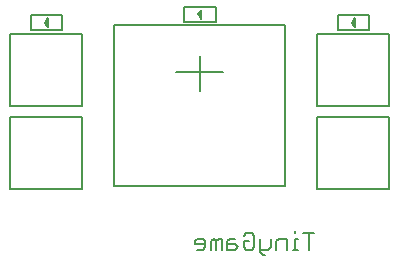
<source format=gbo>
G75*
%MOIN*%
%OFA0B0*%
%FSLAX24Y24*%
%IPPOS*%
%LPD*%
%AMOC8*
5,1,8,0,0,1.08239X$1,22.5*
%
%ADD10C,0.0050*%
D10*
X001337Y002518D02*
X003737Y002518D01*
X003737Y004918D01*
X001337Y004918D01*
X001337Y002518D01*
X004801Y002624D02*
X004801Y007978D01*
X010510Y007978D01*
X010510Y002624D01*
X004801Y002624D01*
X007483Y000766D02*
X007483Y000676D01*
X007844Y000676D01*
X007844Y000766D02*
X007844Y000585D01*
X007754Y000495D01*
X007573Y000495D01*
X007483Y000766D02*
X007573Y000856D01*
X007754Y000856D01*
X007844Y000766D01*
X008027Y000766D02*
X008027Y000495D01*
X008207Y000495D02*
X008207Y000766D01*
X008117Y000856D01*
X008027Y000766D01*
X008207Y000766D02*
X008297Y000856D01*
X008388Y000856D01*
X008388Y000495D01*
X008571Y000495D02*
X008841Y000495D01*
X008931Y000585D01*
X008841Y000676D01*
X008571Y000676D01*
X008571Y000766D02*
X008571Y000495D01*
X008571Y000766D02*
X008661Y000856D01*
X008841Y000856D01*
X009114Y000946D02*
X009205Y001036D01*
X009385Y001036D01*
X009475Y000946D01*
X009475Y000585D01*
X009385Y000495D01*
X009205Y000495D01*
X009114Y000585D01*
X009114Y000766D01*
X009295Y000766D01*
X009658Y000856D02*
X009658Y000405D01*
X009748Y000315D01*
X009839Y000315D01*
X009929Y000495D02*
X009658Y000495D01*
X009929Y000495D02*
X010019Y000585D01*
X010019Y000856D01*
X010202Y000766D02*
X010202Y000495D01*
X010202Y000766D02*
X010292Y000856D01*
X010563Y000856D01*
X010563Y000495D01*
X010745Y000495D02*
X010925Y000495D01*
X010835Y000495D02*
X010835Y000856D01*
X010925Y000856D01*
X010835Y001036D02*
X010835Y001126D01*
X011108Y001036D02*
X011469Y001036D01*
X011289Y001036D02*
X011289Y000495D01*
X011573Y002518D02*
X013973Y002518D01*
X013973Y004918D01*
X011573Y004918D01*
X011573Y002518D01*
X011573Y005274D02*
X013973Y005274D01*
X013973Y007674D01*
X011573Y007674D01*
X011573Y005274D01*
X008443Y006427D02*
X006868Y006427D01*
X006868Y006431D02*
X008443Y006431D01*
X007655Y006955D02*
X007655Y005773D01*
X007655Y005777D02*
X007655Y006958D01*
X007130Y008094D02*
X008180Y008094D01*
X008180Y008594D01*
X007130Y008594D01*
X007130Y008094D01*
X007605Y008344D02*
X007655Y008419D01*
X007655Y008269D01*
X007605Y008344D01*
X007655Y008269D02*
X007705Y008194D01*
X007705Y008494D01*
X007655Y008419D01*
X007680Y008444D02*
X007680Y008244D01*
X003737Y007674D02*
X003737Y005274D01*
X001337Y005274D01*
X001337Y007674D01*
X003737Y007674D01*
X003062Y007799D02*
X003062Y008299D01*
X002012Y008299D01*
X002012Y007799D01*
X003062Y007799D01*
X002587Y007899D02*
X002587Y008199D01*
X002537Y008124D01*
X002537Y007974D01*
X002487Y008049D01*
X002537Y008124D01*
X002562Y008149D02*
X002562Y007949D01*
X002537Y007974D02*
X002587Y007899D01*
X012248Y007799D02*
X013298Y007799D01*
X013298Y008299D01*
X012248Y008299D01*
X012248Y007799D01*
X012723Y008049D02*
X012773Y008124D01*
X012773Y007974D01*
X012723Y008049D01*
X012773Y007974D02*
X012823Y007899D01*
X012823Y008199D01*
X012773Y008124D01*
X012798Y008149D02*
X012798Y007949D01*
M02*

</source>
